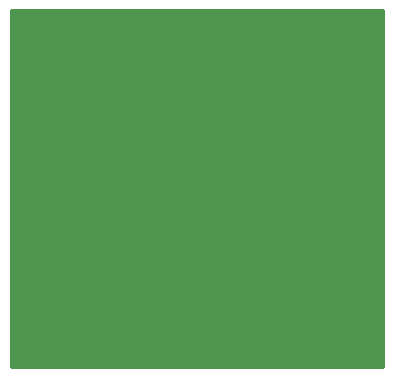
<source format=gts>
G04 #@! TF.FileFunction,Soldermask,Top*
%FSLAX46Y46*%
G04 Gerber Fmt 4.6, Leading zero omitted, Abs format (unit mm)*
G04 Created by KiCad (PCBNEW 4.0.7) date 01/25/18 22:01:14*
%MOMM*%
%LPD*%
G01*
G04 APERTURE LIST*
%ADD10C,0.100000*%
%ADD11C,0.254000*%
%ADD12C,0.900000*%
%ADD13R,2.500000X1.200000*%
%ADD14R,0.650000X1.700000*%
%ADD15R,2.000000X1.800860*%
%ADD16C,3.000000*%
%ADD17R,2.000000X1.600000*%
%ADD18R,2.000000X1.700000*%
G04 APERTURE END LIST*
D10*
D11*
X204470000Y-92710000D02*
X208280000Y-96520000D01*
X204470000Y-91440000D02*
X204470000Y-92710000D01*
X216535000Y-92075000D02*
X216535000Y-93980000D01*
X215265000Y-90805000D02*
X216535000Y-92075000D01*
X208915000Y-90805000D02*
X215265000Y-90805000D01*
X206375000Y-86995000D02*
X206375000Y-83820000D01*
X205740000Y-87630000D02*
X206375000Y-86995000D01*
X203835000Y-87630000D02*
X205740000Y-87630000D01*
X202565000Y-88900000D02*
X203835000Y-87630000D01*
X202565000Y-92075000D02*
X202565000Y-88900000D01*
X201930000Y-92710000D02*
X202565000Y-92075000D01*
X200660000Y-92710000D02*
X201930000Y-92710000D01*
X210820000Y-85090000D02*
X208661000Y-85090000D01*
X217805000Y-92075000D02*
X210820000Y-85090000D01*
X217805000Y-102235000D02*
X217805000Y-92075000D01*
X217297000Y-102743000D02*
X217805000Y-102235000D01*
X200025000Y-102743000D02*
X217297000Y-102743000D01*
X197993000Y-100711000D02*
X200025000Y-102743000D01*
X197993000Y-99441000D02*
X197993000Y-100711000D01*
X200025000Y-97409000D02*
X197993000Y-99441000D01*
X200025000Y-95377000D02*
X200025000Y-97409000D01*
X202565000Y-97155000D02*
X199390000Y-100330000D01*
X202565000Y-93980000D02*
X202565000Y-97155000D01*
X201295000Y-92710000D02*
X202565000Y-93980000D01*
D12*
X197275000Y-96110000D03*
D13*
X200025000Y-90210000D03*
X200025000Y-92750000D03*
X200025000Y-95210000D03*
D12*
X197275000Y-89310000D03*
D14*
X212725000Y-101186000D03*
X213995000Y-101186000D03*
X215265000Y-101186000D03*
X216535000Y-101186000D03*
X216535000Y-93886000D03*
X215265000Y-93886000D03*
X213995000Y-93886000D03*
X212725000Y-93886000D03*
D15*
X208280000Y-90805000D03*
X204470000Y-90805000D03*
D16*
X209804000Y-79502000D03*
D17*
X204375000Y-85090000D03*
X208375000Y-85090000D03*
D18*
X208375000Y-96520000D03*
X204375000Y-96520000D03*
D11*
G36*
X220853000Y-105283000D02*
X189357000Y-105283000D01*
X189357000Y-75057000D01*
X220853000Y-75057000D01*
X220853000Y-105283000D01*
X220853000Y-105283000D01*
G37*
X220853000Y-105283000D02*
X189357000Y-105283000D01*
X189357000Y-75057000D01*
X220853000Y-75057000D01*
X220853000Y-105283000D01*
G36*
X220853000Y-105283000D02*
X189357000Y-105283000D01*
X189357000Y-75057000D01*
X220853000Y-75057000D01*
X220853000Y-105283000D01*
X220853000Y-105283000D01*
G37*
X220853000Y-105283000D02*
X189357000Y-105283000D01*
X189357000Y-75057000D01*
X220853000Y-75057000D01*
X220853000Y-105283000D01*
M02*

</source>
